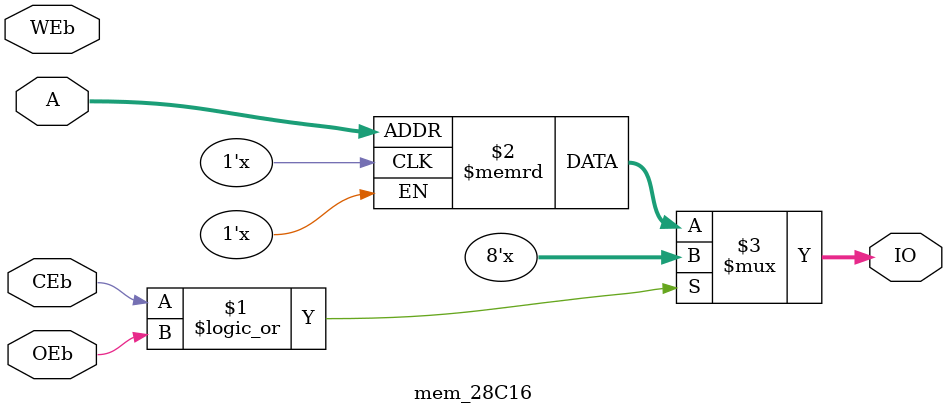
<source format=v>
module mem_28C16(
	input [10:0] A,
	input WEb,
	input OEb,
	input CEb,
	output [7:0] IO
);

reg [7:0] memory [2047:0];

assign #150 IO = CEb || OEb ? 8'hzz : memory[A];

endmodule

</source>
